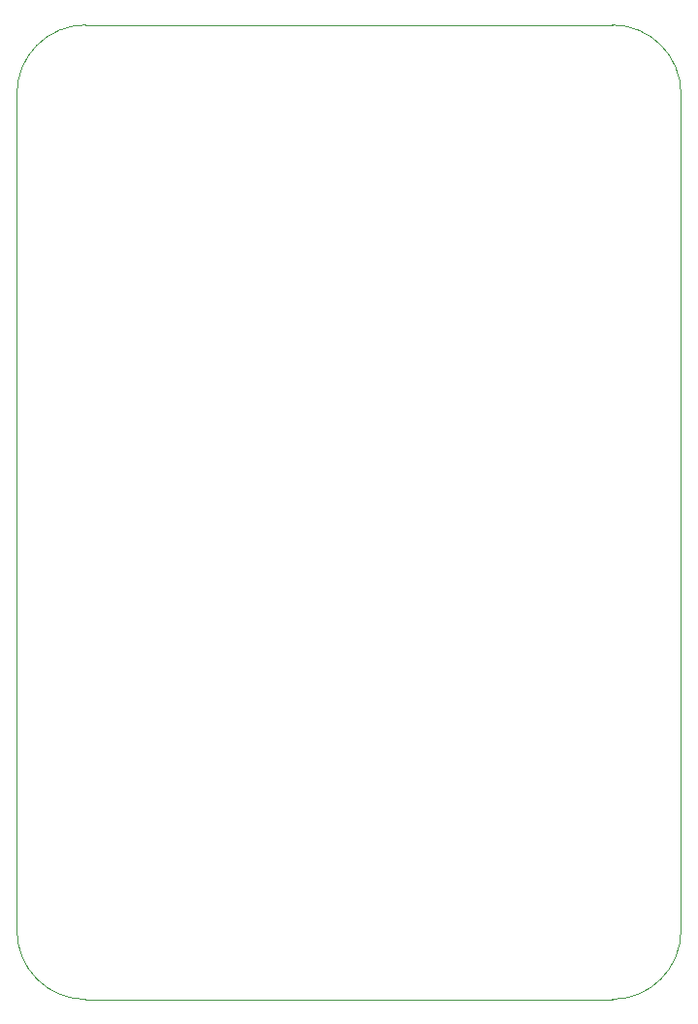
<source format=gbr>
%TF.GenerationSoftware,KiCad,Pcbnew,9.0.0*%
%TF.CreationDate,2025-02-25T08:09:40-06:00*%
%TF.ProjectId,Fatigue Test Board,46617469-6775-4652-9054-65737420426f,-*%
%TF.SameCoordinates,Original*%
%TF.FileFunction,Profile,NP*%
%FSLAX46Y46*%
G04 Gerber Fmt 4.6, Leading zero omitted, Abs format (unit mm)*
G04 Created by KiCad (PCBNEW 9.0.0) date 2025-02-25 08:09:40*
%MOMM*%
%LPD*%
G01*
G04 APERTURE LIST*
%TA.AperFunction,Profile*%
%ADD10C,0.050000*%
%TD*%
G04 APERTURE END LIST*
D10*
X165965000Y-140932500D02*
X119965000Y-140932500D01*
X113965000Y-61932500D02*
G75*
G02*
X119965000Y-55932500I6000000J0D01*
G01*
X171965000Y-61932500D02*
X171965000Y-134932500D01*
X119965000Y-140932500D02*
G75*
G02*
X113965000Y-134932500I0J6000000D01*
G01*
X165965000Y-55932500D02*
G75*
G02*
X171965000Y-61932500I0J-6000000D01*
G01*
X171965000Y-134932500D02*
G75*
G02*
X165965000Y-140932500I-6000000J0D01*
G01*
X165965000Y-55932500D02*
X119965000Y-55932500D01*
X113965000Y-61932500D02*
X113965000Y-134932500D01*
M02*

</source>
